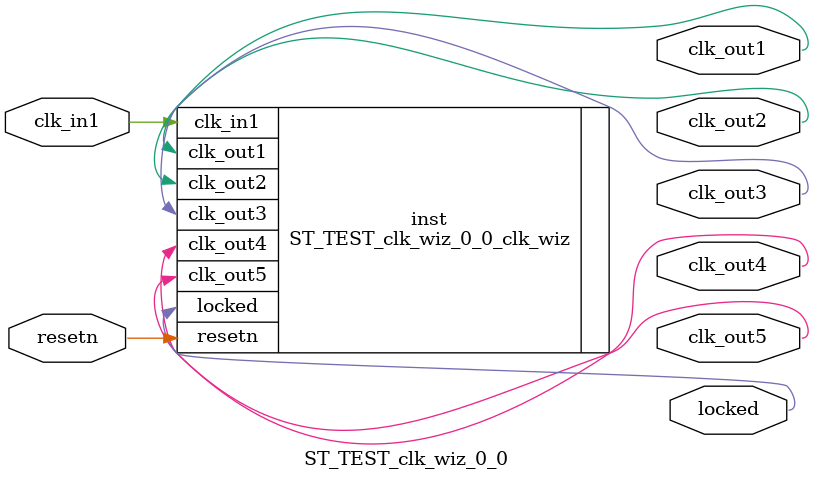
<source format=v>


`timescale 1ps/1ps

(* CORE_GENERATION_INFO = "ST_TEST_clk_wiz_0_0,clk_wiz_v6_0_3_0_0,{component_name=ST_TEST_clk_wiz_0_0,use_phase_alignment=true,use_min_o_jitter=true,use_max_i_jitter=false,use_dyn_phase_shift=false,use_inclk_switchover=false,use_dyn_reconfig=false,enable_axi=0,feedback_source=FDBK_AUTO,PRIMITIVE=MMCM,num_out_clk=5,clkin1_period=8.000,clkin2_period=10.000,use_power_down=false,use_reset=true,use_locked=true,use_inclk_stopped=false,feedback_type=SINGLE,CLOCK_MGR_TYPE=NA,manual_override=false}" *)

module ST_TEST_clk_wiz_0_0 
 (
  // Clock out ports
  output        clk_out1,
  output        clk_out2,
  output        clk_out3,
  output        clk_out4,
  output        clk_out5,
  // Status and control signals
  input         resetn,
  output        locked,
 // Clock in ports
  input         clk_in1
 );

  ST_TEST_clk_wiz_0_0_clk_wiz inst
  (
  // Clock out ports  
  .clk_out1(clk_out1),
  .clk_out2(clk_out2),
  .clk_out3(clk_out3),
  .clk_out4(clk_out4),
  .clk_out5(clk_out5),
  // Status and control signals               
  .resetn(resetn), 
  .locked(locked),
 // Clock in ports
  .clk_in1(clk_in1)
  );

endmodule

</source>
